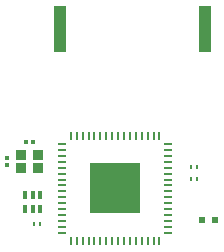
<source format=gtp>
G04 #@! TF.FileFunction,Paste,Top*
%FSLAX46Y46*%
G04 Gerber Fmt 4.6, Leading zero omitted, Abs format (unit mm)*
G04 Created by KiCad (PCBNEW 4.0.7-e2-6376~58~ubuntu16.04.1) date Wed Jan 31 13:52:23 2018*
%MOMM*%
%LPD*%
G01*
G04 APERTURE LIST*
%ADD10C,0.100000*%
%ADD11R,0.300000X0.700000*%
%ADD12R,0.350000X0.300000*%
%ADD13R,0.300000X0.350000*%
%ADD14R,0.280000X0.430000*%
%ADD15R,0.950000X0.850000*%
%ADD16R,1.000000X4.000000*%
%ADD17R,0.600000X0.500000*%
%ADD18O,0.800000X0.250000*%
%ADD19O,0.250000X0.800000*%
%ADD20R,4.250000X4.250000*%
G04 APERTURE END LIST*
D10*
D11*
X99973200Y-78780000D03*
X100613200Y-78780000D03*
X101253200Y-78780000D03*
X101253200Y-77530000D03*
X100613200Y-77530000D03*
X99973200Y-77530000D03*
D12*
X98479600Y-74996000D03*
X98479600Y-74436000D03*
D13*
X100613200Y-73039600D03*
X100053200Y-73039600D03*
D14*
X101273600Y-80050000D03*
X100753600Y-80050000D03*
X113993000Y-76240000D03*
X114513000Y-76240000D03*
X113993000Y-75224000D03*
X114513000Y-75224000D03*
D15*
X101070400Y-74157200D03*
X99620400Y-74157200D03*
X99620400Y-75307200D03*
X101070400Y-75307200D03*
D16*
X102950000Y-63540000D03*
X115250000Y-63540000D03*
D17*
X114973000Y-79669000D03*
X116073000Y-79669000D03*
D18*
X112075000Y-80750000D03*
X112075000Y-80250000D03*
X112075000Y-79750000D03*
X112075000Y-79250000D03*
X112075000Y-78750000D03*
X112075000Y-78250000D03*
X112075000Y-77750000D03*
X112075000Y-77250000D03*
X112075000Y-76750000D03*
X112075000Y-76250000D03*
X112075000Y-75750000D03*
X112075000Y-75250000D03*
X112075000Y-74750000D03*
X112075000Y-74250000D03*
X112075000Y-73750000D03*
X112075000Y-73250000D03*
D19*
X111350000Y-72525000D03*
X110850000Y-72525000D03*
X110350000Y-72525000D03*
X109850000Y-72525000D03*
X109350000Y-72525000D03*
X108850000Y-72525000D03*
X108350000Y-72525000D03*
X107850000Y-72525000D03*
X107350000Y-72525000D03*
X106850000Y-72525000D03*
X106350000Y-72525000D03*
X105850000Y-72525000D03*
X105350000Y-72525000D03*
X104850000Y-72525000D03*
X104350000Y-72525000D03*
X103850000Y-72525000D03*
D18*
X103125000Y-73250000D03*
X103125000Y-73750000D03*
X103125000Y-74250000D03*
X103125000Y-74750000D03*
X103125000Y-75250000D03*
X103125000Y-75750000D03*
X103125000Y-76250000D03*
X103125000Y-76750000D03*
X103125000Y-77250000D03*
X103125000Y-77750000D03*
X103125000Y-78250000D03*
X103125000Y-78750000D03*
X103125000Y-79250000D03*
X103125000Y-79750000D03*
X103125000Y-80250000D03*
X103125000Y-80750000D03*
D19*
X103850000Y-81475000D03*
X104350000Y-81475000D03*
X104850000Y-81475000D03*
X105350000Y-81475000D03*
X105850000Y-81475000D03*
X106350000Y-81475000D03*
X106850000Y-81475000D03*
X107350000Y-81475000D03*
X107850000Y-81475000D03*
X108350000Y-81475000D03*
X108850000Y-81475000D03*
X109350000Y-81475000D03*
X109850000Y-81475000D03*
X110350000Y-81475000D03*
X110850000Y-81475000D03*
X111350000Y-81475000D03*
D20*
X107600000Y-77000000D03*
M02*

</source>
